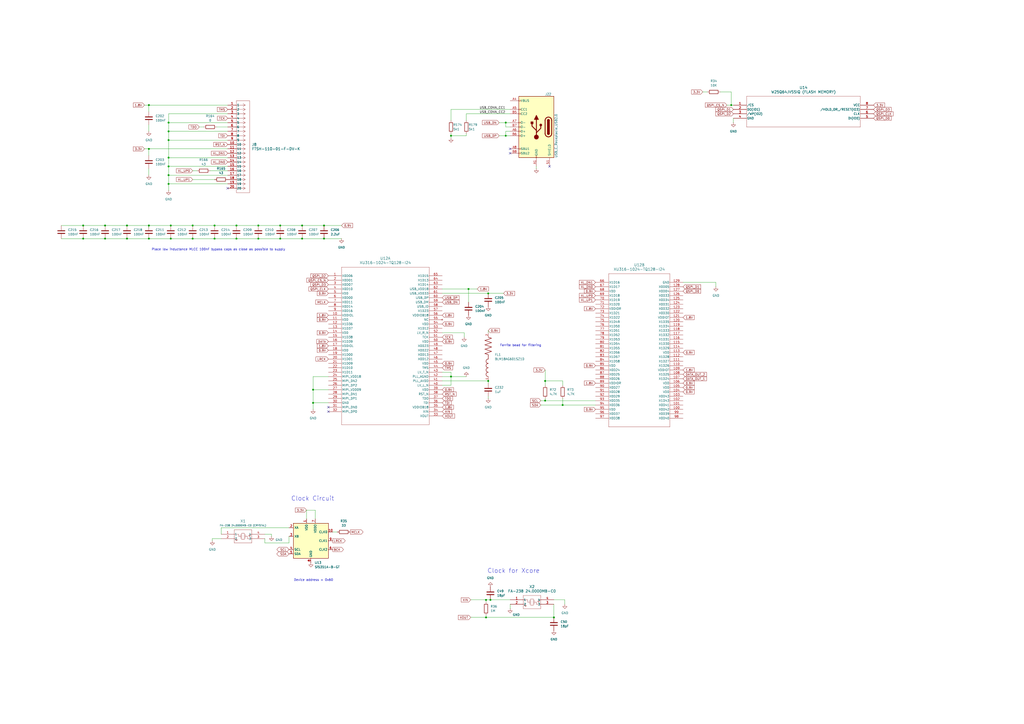
<source format=kicad_sch>
(kicad_sch (version 20231120) (generator "eeschema") (generator_version "8.0")
  (paper "A2")
  (title_block (title "XCORE") (company "Michael Meyers"))
  (lib_symbols
    (symbol "Connector:USB_C_Receptacle_USB2.0" (pin_names (offset 1.016))
      (property "Reference" "J" (at -10.16 19.05 0))
      (property "Value" "USB_C_Receptacle_USB2.0" (at 19.05 19.05 0))
      (symbol "USB_C_Receptacle_USB2.0_1_1"
        (pin passive line (at 0 -22.86 90) (length 5.08) (name "GND") (number "A1"))
        (pin passive line (at 0 -22.86 90) (length 5.08) hide (name "GND") (number "A12"))
        (pin passive line (at 15.24 15.24 180) (length 5.08) (name "VBUS") (number "A4"))
        (pin bidirectional line (at 15.24 10.16 180) (length 5.08) (name "CC1") (number "A5"))
        (pin bidirectional line (at 15.24 -2.54 180) (length 5.08) (name "D+") (number "A6"))
        (pin bidirectional line (at 15.24 2.54 180) (length 5.08) (name "D-") (number "A7"))
        (pin bidirectional line (at 15.24 -12.7 180) (length 5.08) (name "SBU1") (number "A8"))
        (pin passive line (at 15.24 15.24 180) (length 5.08) hide (name "VBUS") (number "A9"))
        (pin passive line (at 0 -22.86 90) (length 5.08) hide (name "GND") (number "B1"))
        (pin passive line (at 0 -22.86 90) (length 5.08) hide (name "GND") (number "B12"))
        (pin passive line (at 15.24 15.24 180) (length 5.08) hide (name "VBUS") (number "B4"))
        (pin bidirectional line (at 15.24 7.62 180) (length 5.08) (name "CC2") (number "B5"))
        (pin bidirectional line (at 15.24 -5.08 180) (length 5.08) (name "D+") (number "B6"))
        (pin bidirectional line (at 15.24 0 180) (length 5.08) (name "D-") (number "B7"))
        (pin bidirectional line (at 15.24 -15.24 180) (length 5.08) (name "SBU2") (number "B8"))
        (pin passive line (at 15.24 15.24 180) (length 5.08) hide (name "VBUS") (number "B9"))
        (pin passive line (at -7.62 -22.86 90) (length 5.08) (name "SHIELD") (number "S1"))
      )
    )
    (symbol "Device:C" (pin_numbers hide) (pin_names (offset 0.254))
      (property "Reference" "C" (at 0.635 2.54 0))
      (property "Value" "C" (at 0.635 -2.54 0))
      (symbol "C_1_1"
        (pin passive line (at 0 3.81 270) (length 2.794) (name "~") (number "1"))
        (pin passive line (at 0 -3.81 90) (length 2.794) (name "~") (number "2"))
      )
    )
    (symbol "Device:R" (pin_numbers hide) (pin_names (offset 0))
      (property "Reference" "R" (at 2.032 0 90))
      (property "Value" "R" (at 0 0 90))
      (symbol "R_1_1"
        (pin passive line (at 0 3.81 270) (length 1.27) (name "~") (number "1"))
        (pin passive line (at 0 -3.81 90) (length 1.27) (name "~") (number "2"))
      )
    )
    (symbol "Oscillator:Si5351A-B-GT"
      (property "Reference" "U" (at -8.89 11.43 0))
      (property "Value" "Si5351A-B-GT" (at -12.7 -12.7 0))
      (symbol "Si5351A-B-GT_1_1"
        (pin power_in line (at -2.54 12.7 270) (length 2.54) (name "VDD") (number "1"))
        (pin output line (at 12.7 5.08 180) (length 2.54) (name "CLK0") (number "10"))
        (pin input line (at -12.7 7.62 0) (length 2.54) (name "XA") (number "2"))
        (pin input line (at -12.7 2.54 0) (length 2.54) (name "XB") (number "3"))
        (pin input line (at -12.7 -5.08 0) (length 2.54) (name "SCL") (number "4"))
        (pin bidirectional line (at -12.7 -7.62 0) (length 2.54) (name "SDA") (number "5"))
        (pin output line (at 12.7 -5.08 180) (length 2.54) (name "CLK2") (number "6"))
        (pin power_in line (at 2.54 12.7 270) (length 2.54) (name "VDDO") (number "7"))
        (pin power_in line (at 0 -12.7 90) (length 2.54) (name "GND") (number "8"))
        (pin output line (at 12.7 0 180) (length 2.54) (name "CLK1") (number "9"))
      )
    )
    (symbol "SDLibrary:BLM18AG601SZ1D" (pin_names (offset 1.016))
      (property "Reference" "FL" (at -12.7044 5.0815 0))
      (property "Value" "BLM18AG601SZ1D" (at -12.71 -5.0866 0))
      (symbol "BLM18AG601SZ1D_0_0"
        (pin passive line (at -15.24 0 0) (length 2.54) (name "~") (number "1"))
        (pin passive line (at 12.7 0 180) (length 2.54) (name "~") (number "2"))
      )
    )
    (symbol "SDLibrary:FA-238_24.0000MB-C0" (pin_names (offset 0.254))
      (property "Reference" "X" (at 12.7 7.62 0))
      (property "Value" "FA-238 24.0000MB-C0" (at 12.7 5.08 0))
      (symbol "FA-238_24.0000MB-C0_0_1"
        (pin unspecified line (at 0 0 0) (length 7.62) (name "1") (number "1"))
        (pin unspecified line (at 0 -2.54 0) (length 7.62) (name "2") (number "2"))
        (pin unspecified line (at 25.4 -2.54 180) (length 7.62) (name "3") (number "3"))
        (pin unspecified line (at 25.4 0 180) (length 7.62) (name "4") (number "4"))
      )
    )
    (symbol "SDLibrary:FTSH-110-01-F-DV-K" (pin_names (offset 0.254))
      (property "Reference" "J" (at 8.89 6.35 0))
      (property "Value" "FTSH-110-01-F-DV-K" (at 0 0 0))
      (symbol "FTSH-110-01-F-DV-K_0_1"
        (pin unspecified line (at 0 0 0) (length 5.08) (name "1") (number "1"))
        (pin unspecified line (at 0 -22.86 0) (length 5.08) (name "10") (number "10"))
        (pin unspecified line (at 0 -25.4 0) (length 5.08) (name "11") (number "11"))
        (pin unspecified line (at 0 -27.94 0) (length 5.08) (name "12") (number "12"))
        (pin unspecified line (at 0 -30.48 0) (length 5.08) (name "13") (number "13"))
        (pin unspecified line (at 0 -33.02 0) (length 5.08) (name "14") (number "14"))
        (pin unspecified line (at 0 -35.56 0) (length 5.08) (name "15") (number "15"))
        (pin unspecified line (at 0 -38.1 0) (length 5.08) (name "16") (number "16"))
        (pin unspecified line (at 0 -40.64 0) (length 5.08) (name "17") (number "17"))
        (pin unspecified line (at 0 -43.18 0) (length 5.08) (name "18") (number "18"))
        (pin unspecified line (at 0 -45.72 0) (length 5.08) (name "19") (number "19"))
        (pin unspecified line (at 0 -2.54 0) (length 5.08) (name "2") (number "2"))
        (pin unspecified line (at 0 -48.26 0) (length 5.08) (name "20") (number "20"))
        (pin unspecified line (at 0 -5.08 0) (length 5.08) (name "3") (number "3"))
        (pin unspecified line (at 0 -7.62 0) (length 5.08) (name "4") (number "4"))
        (pin unspecified line (at 0 -10.16 0) (length 5.08) (name "5") (number "5"))
        (pin unspecified line (at 0 -12.7 0) (length 5.08) (name "6") (number "6"))
        (pin unspecified line (at 0 -15.24 0) (length 5.08) (name "7") (number "7"))
        (pin unspecified line (at 0 -17.78 0) (length 5.08) (name "8") (number "8"))
        (pin unspecified line (at 0 -20.32 0) (length 5.08) (name "9") (number "9"))
      )
    )
    (symbol "SDLibrary:W25Q64JVSSIQ" (pin_names (offset 0.254))
      (property "Reference" "U" (at 40.64 10.16 0))
      (property "Value" "W25Q64JVSSIQ" (at 40.64 7.62 0))
      (symbol "W25Q64JVSSIQ_0_1"
        (pin unspecified line (at 0 0 0) (length 7.62) (name "/CS") (number "1"))
        (pin unspecified line (at 0 -2.54 0) (length 7.62) (name "DO(IO1)") (number "2"))
        (pin unspecified line (at 0 -5.08 0) (length 7.62) (name "/WP(IO2)") (number "3"))
        (pin power_out line (at 0 -7.62 0) (length 7.62) (name "GND") (number "4"))
        (pin unspecified line (at 81.28 -7.62 180) (length 7.62) (name "DI(IO0)") (number "5"))
        (pin unspecified line (at 81.28 -5.08 180) (length 7.62) (name "CLK") (number "6"))
        (pin unspecified line (at 81.28 -2.54 180) (length 7.62) (name "/HOLD_OR_/RESET(IO3)") (number "7"))
        (pin power_in line (at 81.28 0 180) (length 7.62) (name "VCC") (number "8"))
      )
    )
    (symbol "SDLibrary:XU316-1024-TQ128-I24" (pin_names (offset 0.254))
      (property "Reference" "U" (at 33.02 10.16 0))
      (property "Value" "XU316-1024-TQ128-I24" (at 33.02 7.62 0))
      (symbol "XU316-1024-TQ128-I24_1_1"
        (pin bidirectional line (at 0 0 0) (length 7.62) (name "X0D06") (number "1"))
        (pin power_in line (at 0 -22.86 0) (length 7.62) (name "VDDIOL") (number "10"))
        (pin power_in line (at 0 -25.4 0) (length 7.62) (name "VDD") (number "11"))
        (pin bidirectional line (at 0 -27.94 0) (length 7.62) (name "X1D36") (number "12"))
        (pin bidirectional line (at 0 -30.48 0) (length 7.62) (name "X1D37") (number "13"))
        (pin power_in line (at 0 -33.02 0) (length 7.62) (name "VDD") (number "14"))
        (pin bidirectional line (at 0 -35.56 0) (length 7.62) (name "X1D38") (number "15"))
        (pin bidirectional line (at 0 -38.1 0) (length 7.62) (name "X1D39") (number "16"))
        (pin power_in line (at 0 -40.64 0) (length 7.62) (name "VDDIOL") (number "17"))
        (pin power_in line (at 0 -43.18 0) (length 7.62) (name "VDD") (number "18"))
        (pin bidirectional line (at 0 -45.72 0) (length 7.62) (name "X1D00") (number "19"))
        (pin bidirectional line (at 0 -2.54 0) (length 7.62) (name "X0D01") (number "2"))
        (pin bidirectional line (at 0 -48.26 0) (length 7.62) (name "X1D01") (number "20"))
        (pin bidirectional line (at 0 -50.8 0) (length 7.62) (name "X1D09") (number "21"))
        (pin bidirectional line (at 0 -53.34 0) (length 7.62) (name "X1D10") (number "22"))
        (pin bidirectional line (at 0 -55.88 0) (length 7.62) (name "X1D11") (number "23"))
        (pin power_in line (at 0 -58.42 0) (length 7.62) (name "MIPI_VDD18") (number "24"))
        (pin input line (at 0 -60.96 0) (length 7.62) (name "MIPI_DN2") (number "25"))
        (pin input line (at 0 -63.5 0) (length 7.62) (name "MIPI_DP2") (number "26"))
        (pin power_in line (at 0 -66.04 0) (length 7.62) (name "MIPI_VDD09") (number "27"))
        (pin input line (at 0 -68.58 0) (length 7.62) (name "MIPI_DN1") (number "28"))
        (pin input line (at 0 -71.12 0) (length 7.62) (name "MIPI_DP1") (number "29"))
        (pin bidirectional line (at 0 -5.08 0) (length 7.62) (name "X0D07") (number "3"))
        (pin power_out line (at 0 -73.66 0) (length 7.62) (name "GND") (number "30"))
        (pin input line (at 0 -76.2 0) (length 7.62) (name "MIPI_DN0") (number "31"))
        (pin input line (at 0 -78.74 0) (length 7.62) (name "MIPI_DP0") (number "32"))
        (pin output line (at 66.04 -81.28 180) (length 7.62) (name "XOUT") (number "33"))
        (pin input line (at 66.04 -78.74 180) (length 7.62) (name "XIN") (number "34"))
        (pin power_in line (at 66.04 -76.2 180) (length 7.62) (name "VDDIOB18") (number "35"))
        (pin input line (at 66.04 -73.66 180) (length 7.62) (name "TDI") (number "36"))
        (pin output line (at 66.04 -71.12 180) (length 7.62) (name "TDO") (number "37"))
        (pin input line (at 66.04 -68.58 180) (length 7.62) (name "RST_N") (number "38"))
        (pin power_in line (at 66.04 -66.04 180) (length 7.62) (name "VDD") (number "39"))
        (pin bidirectional line (at 0 -7.62 0) (length 7.62) (name "X0D10") (number "4"))
        (pin input line (at 66.04 -63.5 180) (length 7.62) (name "LV_L_N") (number "40"))
        (pin power_in line (at 66.04 -60.96 180) (length 7.62) (name "PLL_AVDD") (number "41"))
        (pin power_out line (at 66.04 -58.42 180) (length 7.62) (name "PLL_AGND") (number "42"))
        (pin input line (at 66.04 -55.88 180) (length 7.62) (name "LV_T_N") (number "43"))
        (pin input line (at 66.04 -53.34 180) (length 7.62) (name "TMS") (number "44"))
        (pin power_in line (at 66.04 -50.8 180) (length 7.62) (name "VDD") (number "45"))
        (pin bidirectional line (at 66.04 -48.26 180) (length 7.62) (name "X0D12") (number "46"))
        (pin bidirectional line (at 66.04 -45.72 180) (length 7.62) (name "X0D13") (number "47"))
        (pin bidirectional line (at 66.04 -43.18 180) (length 7.62) (name "X0D22") (number "48"))
        (pin bidirectional line (at 66.04 -40.64 180) (length 7.62) (name "X0D23") (number "49"))
        (pin power_in line (at 0 -10.16 0) (length 7.62) (name "VDD") (number "5"))
        (pin power_in line (at 66.04 -38.1 180) (length 7.62) (name "VDD") (number "50"))
        (pin input line (at 66.04 -35.56 180) (length 7.62) (name "TCK") (number "51"))
        (pin input line (at 66.04 -33.02 180) (length 7.62) (name "LV_R_N") (number "52"))
        (pin bidirectional line (at 66.04 -30.48 180) (length 7.62) (name "X1D12") (number "53"))
        (pin power_in line (at 66.04 -27.94 180) (length 7.62) (name "VDD") (number "54"))
        (pin no_connect line (at 66.04 -25.4 180) (length 7.62) (name "NC") (number "55"))
        (pin power_in line (at 66.04 -22.86 180) (length 7.62) (name "VDDIOB18") (number "56"))
        (pin bidirectional line (at 66.04 -20.32 180) (length 7.62) (name "X1D23") (number "57"))
        (pin input line (at 66.04 -17.78 180) (length 7.62) (name "USB_ID") (number "58"))
        (pin bidirectional line (at 66.04 -15.24 180) (length 7.62) (name "USB_DM") (number "59"))
        (pin bidirectional line (at 0 -12.7 0) (length 7.62) (name "X0D00") (number "6"))
        (pin bidirectional line (at 66.04 -12.7 180) (length 7.62) (name "USB_DP") (number "60"))
        (pin power_in line (at 66.04 -10.16 180) (length 7.62) (name "USB_VDD33") (number "61"))
        (pin power_in line (at 66.04 -7.62 180) (length 7.62) (name "USB_VDD18") (number "62"))
        (pin bidirectional line (at 66.04 -5.08 180) (length 7.62) (name "X1D14") (number "63"))
        (pin bidirectional line (at 66.04 -2.54 180) (length 7.62) (name "X1D13") (number "64"))
        (pin bidirectional line (at 66.04 0 180) (length 7.62) (name "X1D15") (number "65"))
        (pin bidirectional line (at 0 -15.24 0) (length 7.62) (name "X0D11") (number "7"))
        (pin bidirectional line (at 0 -17.78 0) (length 7.62) (name "X0D14") (number "8"))
        (pin bidirectional line (at 0 -20.32 0) (length 7.62) (name "X0D16") (number "9"))
      )
      (symbol "XU316-1024-TQ128-I24_2_1"
        (pin bidirectional line (at 50.8 -73.66 180) (length 7.62) (name "X0D42") (number "100"))
        (pin bidirectional line (at 50.8 -71.12 180) (length 7.62) (name "X0D41") (number "101"))
        (pin bidirectional line (at 50.8 -68.58 180) (length 7.62) (name "X1D43") (number "102"))
        (pin bidirectional line (at 50.8 -66.04 180) (length 7.62) (name "X0D43") (number "103"))
        (pin power_in line (at 50.8 -63.5 180) (length 7.62) (name "VDD") (number "104"))
        (pin power_in line (at 50.8 -60.96 180) (length 7.62) (name "VDD") (number "105"))
        (pin power_in line (at 50.8 -58.42 180) (length 7.62) (name "VDD") (number "106"))
        (pin bidirectional line (at 50.8 -55.88 180) (length 7.62) (name "X1D24") (number "107"))
        (pin bidirectional line (at 50.8 -53.34 180) (length 7.62) (name "X1D25") (number "108"))
        (pin power_in line (at 50.8 -50.8 180) (length 7.62) (name "VDDIOT") (number "109"))
        (pin bidirectional line (at 50.8 -48.26 180) (length 7.62) (name "X1D26") (number "110"))
        (pin bidirectional line (at 50.8 -45.72 180) (length 7.62) (name "X1D27") (number "111"))
        (pin bidirectional line (at 50.8 -43.18 180) (length 7.62) (name "X1D28") (number "112"))
        (pin power_in line (at 50.8 -40.64 180) (length 7.62) (name "VDD") (number "113"))
        (pin bidirectional line (at 50.8 -38.1 180) (length 7.62) (name "X1D29") (number "114"))
        (pin bidirectional line (at 50.8 -35.56 180) (length 7.62) (name "X1D30") (number "115"))
        (pin bidirectional line (at 50.8 -33.02 180) (length 7.62) (name "X1D31") (number "116"))
        (pin bidirectional line (at 50.8 -30.48 180) (length 7.62) (name "X1D32") (number "117"))
        (pin bidirectional line (at 50.8 -27.94 180) (length 7.62) (name "X1D33") (number "118"))
        (pin bidirectional line (at 50.8 -25.4 180) (length 7.62) (name "X1D34") (number "119"))
        (pin bidirectional line (at 50.8 -22.86 180) (length 7.62) (name "X1D35") (number "120"))
        (pin power_in line (at 50.8 -20.32 180) (length 7.62) (name "VDDIOT") (number "121"))
        (pin bidirectional line (at 50.8 -17.78 180) (length 7.62) (name "X0D30") (number "122"))
        (pin bidirectional line (at 50.8 -15.24 180) (length 7.62) (name "X0D32") (number "123"))
        (pin bidirectional line (at 50.8 -12.7 180) (length 7.62) (name "X0D31") (number "124"))
        (pin bidirectional line (at 50.8 -10.16 180) (length 7.62) (name "X0D34") (number "125"))
        (pin bidirectional line (at 50.8 -7.62 180) (length 7.62) (name "X0D33") (number "126"))
        (pin bidirectional line (at 50.8 -5.08 180) (length 7.62) (name "X0D04") (number "127"))
        (pin bidirectional line (at 50.8 -2.54 180) (length 7.62) (name "X0D05") (number "128"))
        (pin power_out line (at 50.8 0 180) (length 7.62) (name "GND") (number "129"))
        (pin bidirectional line (at 0 0 0) (length 7.62) (name "X1D16") (number "66"))
        (pin bidirectional line (at 0 -2.54 0) (length 7.62) (name "X1D17") (number "67"))
        (pin power_in line (at 0 -5.08 0) (length 7.62) (name "VDD") (number "68"))
        (pin bidirectional line (at 0 -7.62 0) (length 7.62) (name "X1D18") (number "69"))
        (pin bidirectional line (at 0 -10.16 0) (length 7.62) (name "X1D19") (number "70"))
        (pin bidirectional line (at 0 -12.7 0) (length 7.62) (name "X1D20") (number "71"))
        (pin power_in line (at 0 -15.24 0) (length 7.62) (name "VDDIOR") (number "72"))
        (pin bidirectional line (at 0 -17.78 0) (length 7.62) (name "X1D21") (number "73"))
        (pin bidirectional line (at 0 -20.32 0) (length 7.62) (name "X1D22") (number "74"))
        (pin bidirectional line (at 0 -22.86 0) (length 7.62) (name "X1D49") (number "75"))
        (pin bidirectional line (at 0 -25.4 0) (length 7.62) (name "X1D50") (number "76"))
        (pin bidirectional line (at 0 -27.94 0) (length 7.62) (name "X1D51") (number "77"))
        (pin bidirectional line (at 0 -30.48 0) (length 7.62) (name "X1D52") (number "78"))
        (pin bidirectional line (at 0 -33.02 0) (length 7.62) (name "X1D53") (number "79"))
        (pin bidirectional line (at 0 -35.56 0) (length 7.62) (name "X1D54") (number "80"))
        (pin bidirectional line (at 0 -38.1 0) (length 7.62) (name "X1D55") (number "81"))
        (pin bidirectional line (at 0 -40.64 0) (length 7.62) (name "X1D56") (number "82"))
        (pin bidirectional line (at 0 -43.18 0) (length 7.62) (name "X1D57") (number "83"))
        (pin bidirectional line (at 0 -45.72 0) (length 7.62) (name "X1D58") (number "84"))
        (pin power_in line (at 0 -48.26 0) (length 7.62) (name "VDD") (number "85"))
        (pin bidirectional line (at 0 -50.8 0) (length 7.62) (name "X0D24") (number "86"))
        (pin bidirectional line (at 0 -53.34 0) (length 7.62) (name "X0D25") (number "87"))
        (pin bidirectional line (at 0 -55.88 0) (length 7.62) (name "X0D26") (number "88"))
        (pin power_in line (at 0 -58.42 0) (length 7.62) (name "VDDIOR") (number "89"))
        (pin bidirectional line (at 0 -60.96 0) (length 7.62) (name "X0D27") (number "90"))
        (pin bidirectional line (at 0 -63.5 0) (length 7.62) (name "X0D28") (number "91"))
        (pin bidirectional line (at 0 -66.04 0) (length 7.62) (name "X0D29") (number "92"))
        (pin bidirectional line (at 0 -68.58 0) (length 7.62) (name "X0D35") (number "93"))
        (pin bidirectional line (at 0 -71.12 0) (length 7.62) (name "X0D36") (number "94"))
        (pin power_in line (at 0 -73.66 0) (length 7.62) (name "VDD") (number "95"))
        (pin bidirectional line (at 0 -76.2 0) (length 7.62) (name "X0D37") (number "96"))
        (pin bidirectional line (at 0 -78.74 0) (length 7.62) (name "X0D38") (number "97"))
        (pin bidirectional line (at 50.8 -78.74 180) (length 7.62) (name "X0D40") (number "98"))
        (pin bidirectional line (at 50.8 -76.2 180) (length 7.62) (name "X0D39") (number "99"))
      )
    )
    (symbol "power:GND" (power) (pin_numbers hide) (pin_names (offset 0) hide)
      (property "Value" "GND" (at 0 -3.81 0))
      (symbol "GND_1_1"
        (pin power_in line (at 0 0 270) (length 0) (name "~") (number "1"))
      )
    )
  )
  (junction (at 187.96 130.81))
  (junction (at 111.76 138.43))
  (junction (at 293.37 71.12))
  (junction (at 424.18 60.96))
  (junction (at 97.79 101.6))
  (junction (at 187.96 138.43))
  (junction (at 48.26 138.43))
  (junction (at 316.23 232.41))
  (junction (at 73.66 130.81))
  (junction (at 124.46 130.81))
  (junction (at 261.62 78.74))
  (junction (at 97.79 76.2))
  (junction (at 321.31 358.14))
  (junction (at 97.79 71.12))
  (junction (at 283.21 220.98))
  (junction (at 86.36 60.96))
  (junction (at 86.36 86.36))
  (junction (at 86.36 138.43))
  (junction (at 97.79 96.52))
  (junction (at 124.46 138.43))
  (junction (at 181.61 226.06))
  (junction (at 326.39 234.95))
  (junction (at 283.21 170.18))
  (junction (at 60.96 130.81))
  (junction (at 137.16 138.43))
  (junction (at 97.79 91.44))
  (junction (at 316.23 220.98))
  (junction (at 137.16 130.81))
  (junction (at 149.86 130.81))
  (junction (at 111.76 130.81))
  (junction (at 162.56 138.43))
  (junction (at 99.06 138.43))
  (junction (at 97.79 81.28))
  (junction (at 175.26 130.81))
  (junction (at 97.79 106.68))
  (junction (at 261.62 218.44))
  (junction (at 281.94 347.98))
  (junction (at 73.66 138.43))
  (junction (at 162.56 130.81))
  (junction (at 284.48 347.98))
  (junction (at 60.96 138.43))
  (junction (at 175.26 138.43))
  (junction (at 86.36 130.81))
  (junction (at 181.61 233.68))
  (junction (at 271.78 167.64))
  (junction (at 149.86 138.43))
  (junction (at 281.94 358.14))
  (junction (at 293.37 78.74))
  (junction (at 99.06 130.81))
  (junction (at 48.26 130.81))
  (no_connect (at 295.91 86.36))
  (no_connect (at 318.77 96.52))
  (no_connect (at 190.5 236.22))
  (no_connect (at 132.08 109.22))
  (no_connect (at 190.5 238.76))
  (no_connect (at 295.91 88.9))
  (wire (pts (xy 293.37 73.66) (xy 293.37 71.12)))
  (wire (pts (xy 187.96 130.81) (xy 198.12 130.81)))
  (wire (pts (xy 261.62 80.01) (xy 261.62 78.74)))
  (wire (pts (xy 149.86 138.43) (xy 162.56 138.43)))
  (wire (pts (xy 97.79 106.68) (xy 132.08 106.68)))
  (wire (pts (xy 326.39 231.14) (xy 326.39 234.95)))
  (wire (pts (xy 283.21 229.87) (xy 283.21 231.14)))
  (wire (pts (xy 97.79 91.44) (xy 97.79 96.52)))
  (wire (pts (xy 321.31 347.98) (xy 327.66 347.98)))
  (wire (pts (xy 124.46 138.43) (xy 137.16 138.43)))
  (wire (pts (xy 281.94 347.98) (xy 284.48 347.98)))
  (wire (pts (xy 181.61 226.06) (xy 181.61 233.68)))
  (wire (pts (xy 421.64 60.96) (xy 424.18 60.96)))
  (wire (pts (xy 97.79 81.28) (xy 97.79 91.44)))
  (wire (pts (xy 125.73 73.66) (xy 132.08 73.66)))
  (wire (pts (xy 316.23 214.63) (xy 316.23 220.98)))
  (wire (pts (xy 167.64 314.96) (xy 167.64 311.15)))
  (wire (pts (xy 111.76 104.14) (xy 124.46 104.14)))
  (wire (pts (xy 97.79 101.6) (xy 97.79 106.68)))
  (wire (pts (xy 396.24 163.83) (xy 415.29 163.83)))
  (wire (pts (xy 153.67 309.88) (xy 157.48 309.88)))
  (wire (pts (xy 261.62 69.85) (xy 261.62 63.5)))
  (wire (pts (xy 175.26 138.43) (xy 187.96 138.43)))
  (wire (pts (xy 316.23 220.98) (xy 326.39 220.98)))
  (wire (pts (xy 157.48 309.88) (xy 157.48 311.15)))
  (wire (pts (xy 283.21 220.98) (xy 256.54 220.98)))
  (wire (pts (xy 311.15 97.79) (xy 311.15 96.52)))
  (wire (pts (xy 289.56 71.12) (xy 293.37 71.12)))
  (wire (pts (xy 273.05 347.98) (xy 281.94 347.98)))
  (wire (pts (xy 256.54 167.64) (xy 271.78 167.64)))
  (wire (pts (xy 261.62 78.74) (xy 261.62 77.47)))
  (wire (pts (xy 261.62 78.74) (xy 270.51 78.74)))
  (wire (pts (xy 313.69 234.95) (xy 326.39 234.95)))
  (wire (pts (xy 60.96 130.81) (xy 73.66 130.81)))
  (wire (pts (xy 270.51 66.04) (xy 295.91 66.04)))
  (wire (pts (xy 123.19 312.42) (xy 128.27 312.42)))
  (wire (pts (xy 327.66 347.98) (xy 327.66 350.52)))
  (wire (pts (xy 97.79 71.12) (xy 97.79 76.2)))
  (wire (pts (xy 99.06 130.81) (xy 111.76 130.81)))
  (wire (pts (xy 97.79 66.04) (xy 97.79 71.12)))
  (wire (pts (xy 281.94 347.98) (xy 281.94 349.25)))
  (wire (pts (xy 86.36 60.96) (xy 132.08 60.96)))
  (wire (pts (xy 97.79 91.44) (xy 132.08 91.44)))
  (wire (pts (xy 283.21 220.98) (xy 283.21 222.25)))
  (wire (pts (xy 86.36 86.36) (xy 86.36 90.17)))
  (wire (pts (xy 326.39 234.95) (xy 345.44 234.95)))
  (wire (pts (xy 97.79 96.52) (xy 132.08 96.52)))
  (wire (pts (xy 261.62 218.44) (xy 270.51 218.44)))
  (wire (pts (xy 162.56 138.43) (xy 175.26 138.43)))
  (wire (pts (xy 181.61 233.68) (xy 181.61 237.49)))
  (wire (pts (xy 83.82 60.96) (xy 86.36 60.96)))
  (wire (pts (xy 73.66 138.43) (xy 86.36 138.43)))
  (wire (pts (xy 284.48 347.98) (xy 295.91 347.98)))
  (wire (pts (xy 60.96 138.43) (xy 73.66 138.43)))
  (wire (pts (xy 97.79 71.12) (xy 132.08 71.12)))
  (wire (pts (xy 86.36 130.81) (xy 99.06 130.81)))
  (wire (pts (xy 97.79 96.52) (xy 97.79 101.6)))
  (wire (pts (xy 137.16 138.43) (xy 149.86 138.43)))
  (wire (pts (xy 256.54 193.04) (xy 269.24 193.04)))
  (wire (pts (xy 256.54 223.52) (xy 261.62 223.52)))
  (wire (pts (xy 181.61 226.06) (xy 190.5 226.06)))
  (wire (pts (xy 86.36 138.43) (xy 99.06 138.43)))
  (wire (pts (xy 35.56 130.81) (xy 48.26 130.81)))
  (wire (pts (xy 190.5 233.68) (xy 181.61 233.68)))
  (wire (pts (xy 73.66 130.81) (xy 86.36 130.81)))
  (wire (pts (xy 295.91 76.2) (xy 293.37 76.2)))
  (wire (pts (xy 316.23 231.14) (xy 316.23 232.41)))
  (wire (pts (xy 261.62 215.9) (xy 261.62 218.44)))
  (wire (pts (xy 256.54 215.9) (xy 261.62 215.9)))
  (wire (pts (xy 137.16 130.81) (xy 149.86 130.81)))
  (wire (pts (xy 313.69 232.41) (xy 316.23 232.41)))
  (wire (pts (xy 293.37 71.12) (xy 295.91 71.12)))
  (wire (pts (xy 316.23 223.52) (xy 316.23 220.98)))
  (wire (pts (xy 415.29 163.83) (xy 415.29 166.37)))
  (wire (pts (xy 97.79 76.2) (xy 97.79 81.28)))
  (wire (pts (xy 162.56 130.81) (xy 175.26 130.81)))
  (wire (pts (xy 48.26 138.43) (xy 60.96 138.43)))
  (wire (pts (xy 321.31 358.14) (xy 321.31 350.52)))
  (wire (pts (xy 283.21 191.77) (xy 283.21 193.04)))
  (wire (pts (xy 417.83 53.34) (xy 424.18 53.34)))
  (wire (pts (xy 132.08 66.04) (xy 97.79 66.04)))
  (wire (pts (xy 124.46 130.81) (xy 137.16 130.81)))
  (wire (pts (xy 292.1 170.18) (xy 283.21 170.18)))
  (wire (pts (xy 181.61 218.44) (xy 181.61 226.06)))
  (wire (pts (xy 149.86 130.81) (xy 162.56 130.81)))
  (wire (pts (xy 86.36 97.79) (xy 86.36 101.6)))
  (wire (pts (xy 424.18 53.34) (xy 424.18 60.96)))
  (wire (pts (xy 293.37 78.74) (xy 295.91 78.74)))
  (wire (pts (xy 153.67 312.42) (xy 153.67 314.96)))
  (wire (pts (xy 182.88 295.91) (xy 177.8 295.91)))
  (wire (pts (xy 187.96 138.43) (xy 198.12 138.43)))
  (wire (pts (xy 269.24 193.04) (xy 269.24 195.58)))
  (wire (pts (xy 86.36 86.36) (xy 132.08 86.36)))
  (wire (pts (xy 97.79 81.28) (xy 132.08 81.28)))
  (wire (pts (xy 270.51 78.74) (xy 270.51 77.47)))
  (wire (pts (xy 271.78 167.64) (xy 271.78 175.26)))
  (wire (pts (xy 256.54 170.18) (xy 283.21 170.18)))
  (wire (pts (xy 295.91 73.66) (xy 293.37 73.66)))
  (wire (pts (xy 316.23 232.41) (xy 345.44 232.41)))
  (wire (pts (xy 99.06 138.43) (xy 111.76 138.43)))
  (wire (pts (xy 97.79 106.68) (xy 97.79 110.49)))
  (wire (pts (xy 271.78 167.64) (xy 276.86 167.64)))
  (wire (pts (xy 256.54 218.44) (xy 261.62 218.44)))
  (wire (pts (xy 86.36 72.39) (xy 86.36 76.2)))
  (wire (pts (xy 121.92 99.06) (xy 132.08 99.06)))
  (wire (pts (xy 177.8 295.91) (xy 177.8 300.99)))
  (wire (pts (xy 97.79 76.2) (xy 132.08 76.2)))
  (wire (pts (xy 425.45 68.58) (xy 425.45 71.12)))
  (wire (pts (xy 407.67 53.34) (xy 410.21 53.34)))
  (wire (pts (xy 111.76 130.81) (xy 124.46 130.81)))
  (wire (pts (xy 261.62 63.5) (xy 295.91 63.5)))
  (wire (pts (xy 35.56 138.43) (xy 48.26 138.43)))
  (wire (pts (xy 48.26 130.81) (xy 60.96 130.81)))
  (wire (pts (xy 270.51 69.85) (xy 270.51 66.04)))
  (wire (pts (xy 273.05 358.14) (xy 281.94 358.14)))
  (wire (pts (xy 115.57 73.66) (xy 118.11 73.66)))
  (wire (pts (xy 123.19 312.42) (xy 123.19 313.69)))
  (wire (pts (xy 175.26 130.81) (xy 187.96 130.81)))
  (wire (pts (xy 193.04 308.61) (xy 195.58 308.61)))
  (wire (pts (xy 128.27 306.07) (xy 167.64 306.07)))
  (wire (pts (xy 424.18 60.96) (xy 425.45 60.96)))
  (wire (pts (xy 293.37 76.2) (xy 293.37 78.74)))
  (wire (pts (xy 326.39 220.98) (xy 326.39 223.52)))
  (wire (pts (xy 86.36 130.81) (xy 86.36 132.08)))
  (wire (pts (xy 281.94 356.87) (xy 281.94 358.14)))
  (wire (pts (xy 97.79 101.6) (xy 132.08 101.6)))
  (wire (pts (xy 289.56 78.74) (xy 293.37 78.74)))
  (wire (pts (xy 281.94 358.14) (xy 321.31 358.14)))
  (wire (pts (xy 128.27 309.88) (xy 128.27 306.07)))
  (wire (pts (xy 295.91 350.52) (xy 295.91 353.06)))
  (wire (pts (xy 111.76 138.43) (xy 124.46 138.43)))
  (wire (pts (xy 86.36 60.96) (xy 86.36 64.77)))
  (wire (pts (xy 153.67 314.96) (xy 167.64 314.96)))
  (wire (pts (xy 190.5 218.44) (xy 181.61 218.44)))
  (wire (pts (xy 182.88 300.99) (xy 182.88 295.91)))
  (wire (pts (xy 111.76 99.06) (xy 114.3 99.06)))
  (wire (pts (xy 261.62 223.52) (xy 261.62 218.44)))
  (wire (pts (xy 83.82 86.36) (xy 86.36 86.36)))
  (text "Clock for Xcore\n" (at 297.942 331.216 0) (effects (font (size 2.54 2.54))))
  (text "Place low inductance MLCC 100nF bypass caps as close as possible to supply" (at 126.746 144.78 0) (effects (font (size 1.27 1.27))))
  (text "Clock Circuit" (at 181.356 289.306 0) (effects (font (size 2.54 2.54))))
  (text "Ferrite bead for filtering\n" (at 302.006 200.406 0) (effects (font (size 1.27 1.27))))
  (text "Device address = 0x60" (at 181.864 336.55 0) (effects (font (size 1.27 1.27))))
  (label "USB_CONN_CC2" (at 278.13 66.04 0))
  (label "USB_CONN_CC1" (at 278.13 63.5 0))
  (global_label "MCLK" (shape output) (at 203.2 308.61 0) (property "Intersheetrefs" "${INTERSHEET_REFS}" (effects (hide yes))))
  (global_label "XL_UP0" (shape input) (at 345.44 171.45 180) (property "Intersheetrefs" "${INTERSHEET_REFS}" (effects (hide yes))))
  (global_label "1.8V" (shape input) (at 345.44 179.07 180) (property "Intersheetrefs" "${INTERSHEET_REFS}" (effects (hide yes))))
  (global_label "TMS" (shape input) (at 132.08 63.5 180) (property "Intersheetrefs" "${INTERSHEET_REFS}" (effects (hide yes))))
  (global_label "TDO" (shape input) (at 115.57 73.66 180) (property "Intersheetrefs" "${INTERSHEET_REFS}" (effects (hide yes))))
  (global_label "XIN" (shape input) (at 256.54 238.76 0) (property "Intersheetrefs" "${INTERSHEET_REFS}" (effects (hide yes))))
  (global_label "3.3V" (shape input) (at 292.1 170.18 0) (property "Intersheetrefs" "${INTERSHEET_REFS}" (effects (hide yes))))
  (global_label "DATA_OUT_1" (shape input) (at 396.24 219.71 0) (property "Intersheetrefs" "${INTERSHEET_REFS}" (effects (hide yes))))
  (global_label "0.9V" (shape input) (at 396.24 222.25 0) (property "Intersheetrefs" "${INTERSHEET_REFS}" (effects (hide yes))))
  (global_label "0.9V" (shape input) (at 345.44 168.91 180) (property "Intersheetrefs" "${INTERSHEET_REFS}" (effects (hide yes))))
  (global_label "3.3V" (shape input) (at 316.23 214.63 180) (property "Intersheetrefs" "${INTERSHEET_REFS}" (effects (hide yes))))
  (global_label "0.9V" (shape input) (at 190.5 193.04 180) (property "Intersheetrefs" "${INTERSHEET_REFS}" (effects (hide yes))))
  (global_label "DATA_OUT_2" (shape input) (at 396.24 217.17 0) (property "Intersheetrefs" "${INTERSHEET_REFS}" (effects (hide yes))))
  (global_label "SCL" (shape input) (at 313.69 232.41 180) (property "Intersheetrefs" "${INTERSHEET_REFS}" (effects (hide yes))))
  (global_label "TCK" (shape input) (at 256.54 195.58 0) (property "Intersheetrefs" "${INTERSHEET_REFS}" (effects (hide yes))))
  (global_label "TDO" (shape input) (at 256.54 231.14 0) (property "Intersheetrefs" "${INTERSHEET_REFS}" (effects (hide yes))))
  (global_label "SDA" (shape input) (at 313.69 234.95 180) (property "Intersheetrefs" "${INTERSHEET_REFS}" (effects (hide yes))))
  (global_label "QSPI_D0" (shape input) (at 396.24 168.91 0) (property "Intersheetrefs" "${INTERSHEET_REFS}" (effects (hide yes))))
  (global_label "3.3V" (shape input) (at 177.8 295.91 180) (property "Intersheetrefs" "${INTERSHEET_REFS}" (effects (hide yes))))
  (global_label "QSPI_CS_N" (shape input) (at 421.64 60.96 180) (property "Intersheetrefs" "${INTERSHEET_REFS}" (effects (hide yes))))
  (global_label "3.3V" (shape input) (at 506.73 60.96 0) (property "Intersheetrefs" "${INTERSHEET_REFS}" (effects (hide yes))))
  (global_label "XOUT" (shape input) (at 256.54 241.3 0) (property "Intersheetrefs" "${INTERSHEET_REFS}" (effects (hide yes))))
  (global_label "1.8V" (shape input) (at 396.24 184.15 0) (property "Intersheetrefs" "${INTERSHEET_REFS}" (effects (hide yes))))
  (global_label "XOUT" (shape input) (at 273.05 358.14 180) (property "Intersheetrefs" "${INTERSHEET_REFS}" (effects (hide yes))))
  (global_label "QSPI_CLK" (shape input) (at 506.73 66.04 0) (property "Intersheetrefs" "${INTERSHEET_REFS}" (effects (hide yes))))
  (global_label "0.9V" (shape input) (at 198.12 130.81 0) (property "Intersheetrefs" "${INTERSHEET_REFS}" (effects (hide yes))))
  (global_label "1.8V" (shape input) (at 396.24 214.63 0) (property "Intersheetrefs" "${INTERSHEET_REFS}" (effects (hide yes))))
  (global_label "1.8V" (shape input) (at 83.82 60.96 180) (property "Intersheetrefs" "${INTERSHEET_REFS}" (effects (hide yes))))
  (global_label "QSPI_CLK" (shape input) (at 190.5 167.64 180) (property "Intersheetrefs" "${INTERSHEET_REFS}" (effects (hide yes))))
  (global_label "BCK" (shape output) (at 193.04 318.77 0) (property "Intersheetrefs" "${INTERSHEET_REFS}" (effects (hide yes))))
  (global_label "1.8V" (shape input) (at 190.5 200.66 180) (property "Intersheetrefs" "${INTERSHEET_REFS}" (effects (hide yes))))
  (global_label "SDA" (shape bidirectional) (at 167.64 321.31 180) (property "Intersheetrefs" "${INTERSHEET_REFS}" (effects (hide yes))))
  (global_label "XL_DN0" (shape input) (at 345.44 166.37 180) (property "Intersheetrefs" "${INTERSHEET_REFS}" (effects (hide yes))))
  (global_label "LRCK" (shape output) (at 193.04 313.69 0) (property "Intersheetrefs" "${INTERSHEET_REFS}" (effects (hide yes))))
  (global_label "TMS" (shape input) (at 256.54 213.36 0) (property "Intersheetrefs" "${INTERSHEET_REFS}" (effects (hide yes))))
  (global_label "0.9V" (shape input) (at 396.24 224.79 0) (property "Intersheetrefs" "${INTERSHEET_REFS}" (effects (hide yes))))
  (global_label "0.9V" (shape input) (at 345.44 237.49 180) (property "Intersheetrefs" "${INTERSHEET_REFS}" (effects (hide yes))))
  (global_label "1.8V" (shape input) (at 256.54 182.88 0) (property "Intersheetrefs" "${INTERSHEET_REFS}" (effects (hide yes))))
  (global_label "QSPI_CS_N" (shape input) (at 190.5 162.56 180) (property "Intersheetrefs" "${INTERSHEET_REFS}" (effects (hide yes))))
  (global_label "QSPI_D2" (shape input) (at 425.45 66.04 180) (property "Intersheetrefs" "${INTERSHEET_REFS}" (effects (hide yes))))
  (global_label "RST_N" (shape input) (at 132.08 83.82 180) (property "Intersheetrefs" "${INTERSHEET_REFS}" (effects (hide yes))))
  (global_label "XIN" (shape input) (at 273.05 347.98 180) (property "Intersheetrefs" "${INTERSHEET_REFS}" (effects (hide yes))))
  (global_label "1.8V" (shape input) (at 190.5 182.88 180) (property "Intersheetrefs" "${INTERSHEET_REFS}" (effects (hide yes))))
  (global_label "XL_UP0" (shape input) (at 111.76 99.06 180) (property "Intersheetrefs" "${INTERSHEET_REFS}" (effects (hide yes))))
  (global_label "QSPI_D3" (shape input) (at 506.73 63.5 0) (property "Intersheetrefs" "${INTERSHEET_REFS}" (effects (hide yes))))
  (global_label "QSPI_D1" (shape input) (at 396.24 166.37 0) (property "Intersheetrefs" "${INTERSHEET_REFS}" (effects (hide yes))))
  (global_label "0.9V" (shape input) (at 283.21 191.77 0) (property "Intersheetrefs" "${INTERSHEET_REFS}" (effects (hide yes))))
  (global_label "1.8V" (shape input) (at 276.86 167.64 0) (property "Intersheetrefs" "${INTERSHEET_REFS}" (effects (hide yes))))
  (global_label "USB_DP" (shape input) (at 256.54 172.72 0) (property "Intersheetrefs" "${INTERSHEET_REFS}" (effects (hide yes))))
  (global_label "0.9V" (shape input) (at 190.5 203.2 180) (property "Intersheetrefs" "${INTERSHEET_REFS}" (effects (hide yes))))
  (global_label "0.9V" (shape input) (at 256.54 210.82 0) (property "Intersheetrefs" "${INTERSHEET_REFS}" (effects (hide yes))))
  (global_label "3.3V" (shape input) (at 407.67 53.34 180) (property "Intersheetrefs" "${INTERSHEET_REFS}" (effects (hide yes))))
  (global_label "0.9V" (shape input) (at 345.44 212.09 180) (property "Intersheetrefs" "${INTERSHEET_REFS}" (effects (hide yes))))
  (global_label "QSPI_D2" (shape input) (at 190.5 160.02 180) (property "Intersheetrefs" "${INTERSHEET_REFS}" (effects (hide yes))))
  (global_label "TCK" (shape input) (at 132.08 68.58 180) (property "Intersheetrefs" "${INTERSHEET_REFS}" (effects (hide yes))))
  (global_label "0.9V" (shape input) (at 396.24 204.47 0) (property "Intersheetrefs" "${INTERSHEET_REFS}" (effects (hide yes))))
  (global_label "RST_N" (shape input) (at 256.54 228.6 0) (property "Intersheetrefs" "${INTERSHEET_REFS}" (effects (hide yes))))
  (global_label "1.8V" (shape input) (at 256.54 236.22 0) (property "Intersheetrefs" "${INTERSHEET_REFS}" (effects (hide yes))))
  (global_label "TDI" (shape input) (at 256.54 233.68 0) (property "Intersheetrefs" "${INTERSHEET_REFS}" (effects (hide yes))))
  (global_label "0.9V" (shape input) (at 256.54 187.96 0) (property "Intersheetrefs" "${INTERSHEET_REFS}" (effects (hide yes))))
  (global_label "QSPI_D0" (shape input) (at 506.73 68.58 0) (property "Intersheetrefs" "${INTERSHEET_REFS}" (effects (hide yes))))
  (global_label "XL_DN1" (shape input) (at 132.08 88.9 180) (property "Intersheetrefs" "${INTERSHEET_REFS}" (effects (hide yes))))
  (global_label "XL_DN0" (shape input) (at 132.08 93.98 180) (property "Intersheetrefs" "${INTERSHEET_REFS}" (effects (hide yes))))
  (global_label "SCL" (shape bidirectional) (at 167.64 318.77 180) (property "Intersheetrefs" "${INTERSHEET_REFS}" (effects (hide yes))))
  (global_label "TDI" (shape input) (at 132.08 78.74 180) (property "Intersheetrefs" "${INTERSHEET_REFS}" (effects (hide yes))))
  (global_label "USB_DP" (shape input) (at 289.56 78.74 180) (property "Intersheetrefs" "${INTERSHEET_REFS}" (effects (hide yes))))
  (global_label "3.3V" (shape input) (at 83.82 86.36 180) (property "Intersheetrefs" "${INTERSHEET_REFS}" (effects (hide yes))))
  (global_label "0.9V" (shape input) (at 256.54 226.06 0) (property "Intersheetrefs" "${INTERSHEET_REFS}" (effects (hide yes))))
  (global_label "XL_UP1" (shape input) (at 111.76 104.14 180) (property "Intersheetrefs" "${INTERSHEET_REFS}" (effects (hide yes))))
  (global_label "USB_DN" (shape input) (at 289.56 71.12 180) (property "Intersheetrefs" "${INTERSHEET_REFS}" (effects (hide yes))))
  (global_label "MCLK" (shape input) (at 190.5 175.26 180) (property "Intersheetrefs" "${INTERSHEET_REFS}" (effects (hide yes))))
  (global_label "0.9V" (shape input) (at 396.24 227.33 0) (property "Intersheetrefs" "${INTERSHEET_REFS}" (effects (hide yes))))
  (global_label "QSPI_D3" (shape input) (at 190.5 165.1 180) (property "Intersheetrefs" "${INTERSHEET_REFS}" (effects (hide yes))))
  (global_label "USB_DN" (shape input) (at 256.54 175.26 0) (property "Intersheetrefs" "${INTERSHEET_REFS}" (effects (hide yes))))
  (global_label "0.9V" (shape input) (at 190.5 185.42 180) (property "Intersheetrefs" "${INTERSHEET_REFS}" (effects (hide yes))))
  (global_label "LRCK" (shape input) (at 190.5 208.28 180) (property "Intersheetrefs" "${INTERSHEET_REFS}" (effects (hide yes))))
  (global_label "QSPI_D1" (shape input) (at 425.45 63.5 180) (property "Intersheetrefs" "${INTERSHEET_REFS}" (effects (hide yes))))
  (global_label "XL_DN1" (shape input) (at 345.44 163.83 180) (property "Intersheetrefs" "${INTERSHEET_REFS}" (effects (hide yes))))
  (global_label "1.8V" (shape input) (at 345.44 222.25 180) (property "Intersheetrefs" "${INTERSHEET_REFS}" (effects (hide yes))))
  (global_label "XL_UP1" (shape input) (at 345.44 173.99 180) (property "Intersheetrefs" "${INTERSHEET_REFS}" (effects (hide yes))))
  (global_label "0.9V" (shape input) (at 256.54 198.12 0) (property "Intersheetrefs" "${INTERSHEET_REFS}" (effects (hide yes))))
  (global_label "0.9V" (shape input) (at 190.5 170.18 180) (property "Intersheetrefs" "${INTERSHEET_REFS}" (effects (hide yes))))
  (global_label "DATA" (shape input) (at 190.5 198.12 180) (property "Intersheetrefs" "${INTERSHEET_REFS}" (effects (hide yes))))
  (symbol (lib_id "Device:C") (at 48.26 134.62 0) (unit 1) (on_board no)
    (property "Reference" "C216" (at 52.07 133.3499 0) (effects (justify left)))
    (property "Value" "100nF" (at 52.07 135.8899 0) (effects (justify left)))
    (property "Footprint" "Capacitor_SMD:C_0402_1005Metric" (effects (hide yes)))
    (property "Description" "Unpolarized capacitor" (effects (hide yes)))
  )
  (symbol (lib_id "Device:C") (at 284.48 344.17 0) (unit 1) (on_board no)
    (property "Reference" "C49" (at 288.29 342.8999 0) (effects (justify left)))
    (property "Value" "18pF" (at 288.29 345.4399 0) (effects (justify left)))
    (property "Footprint" "Capacitor_SMD:C_0402_1005Metric" (effects (hide yes)))
    (property "Description" "Unpolarized capacitor" (effects (hide yes)))
  )
  (symbol (lib_id "power:GND") (at 284.48 340.36 180) (unit 1) (on_board no)
    (property "Reference" "#PWR050" (effects (hide yes)))
    (property "Value" "GND" (at 284.48 335.28 0))
    (property "Description" "Power symbol creates a global label with name \"GND\" , ground" (effects (hide yes)))
  )
  (symbol (lib_id "SDLibrary:BLM18AG601SZ1D") (at 283.21 205.74 90) (unit 1) (on_board no)
    (property "Reference" "FL1" (at 287.02 205.7399 90) (effects (justify right)))
    (property "Value" "BLM18AG601SZ1D" (at 287.02 208.2799 90) (effects (justify right)))
    (property "Footprint" "SamacSys_Parts:BLM18SP221SN1B" (effects (hide yes)))
  )
  (symbol (lib_id "Device:C") (at 175.26 134.62 0) (unit 1) (on_board no)
    (property "Reference" "C207" (at 179.07 133.3499 0) (effects (justify left)))
    (property "Value" "100nF" (at 179.07 135.8899 0) (effects (justify left)))
    (property "Footprint" "Capacitor_SMD:C_0402_1005Metric" (effects (hide yes)))
    (property "Description" "Unpolarized capacitor" (effects (hide yes)))
  )
  (symbol (lib_id "SDLibrary:XU316-1024-TQ128-I24") (at 345.44 163.83 0) (unit 2) (on_board no)
    (property "Reference" "U12" (at 370.84 153.67 0) (effects (font (size 1.524 1.524))))
    (property "Value" "XU316-1024-TQ128-I24" (at 370.84 156.21 0) (effects (font (size 1.524 1.524))))
    (property "Footprint" "SamacSys_Parts:TQFP128_196X196_XMO" (effects (hide yes)))
    (property "Datasheet" "XU316-1024-TQ128-I24" (effects (hide yes)))
  )
  (symbol (lib_id "Device:C") (at 86.36 134.62 0) (unit 1) (on_board no)
    (property "Reference" "C211" (at 90.17 133.3499 0) (effects (justify left)))
    (property "Value" "100nF" (at 90.17 135.8899 0) (effects (justify left)))
    (property "Footprint" "Capacitor_SMD:C_0402_1005Metric" (effects (hide yes)))
    (property "Description" "Unpolarized capacitor" (effects (hide yes)))
  )
  (symbol (lib_id "power:GND") (at 271.78 182.88 0) (unit 1) (on_board no)
    (property "Reference" "#PWR0206" (effects (hide yes)))
    (property "Value" "GND" (at 271.78 187.96 0))
    (property "Description" "Power symbol creates a global label with name \"GND\" , ground" (effects (hide yes)))
  )
  (symbol (lib_id "Device:C") (at 35.56 134.62 0) (unit 1) (on_board no)
    (property "Reference" "C215" (at 39.37 133.3499 0) (effects (justify left)))
    (property "Value" "100nF" (at 39.37 135.8899 0) (effects (justify left)))
    (property "Footprint" "Capacitor_SMD:C_0402_1005Metric" (effects (hide yes)))
    (property "Description" "Unpolarized capacitor" (effects (hide yes)))
  )
  (symbol (lib_id "power:GND") (at 269.24 195.58 0) (unit 1) (on_board no)
    (property "Reference" "#PWR0104" (effects (hide yes)))
    (property "Value" "GND" (at 269.24 200.66 0))
    (property "Description" "Power symbol creates a global label with name \"GND\" , ground" (effects (hide yes)))
  )
  (symbol (lib_id "power:GND") (at 311.15 97.79 0) (mirror y) (unit 1) (on_board no)
    (property "Reference" "#PWR0221" (effects (hide yes)))
    (property "Value" "GND" (effects (hide yes)))
  )
  (symbol (lib_id "power:GND") (at 415.29 166.37 0) (unit 1) (on_board no)
    (property "Reference" "#PWR0212" (effects (hide yes)))
    (property "Value" "GND" (at 415.29 171.45 0))
    (property "Description" "Power symbol creates a global label with name \"GND\" , ground" (effects (hide yes)))
  )
  (symbol (lib_id "power:GND") (at 295.91 353.06 0) (unit 1) (on_board no)
    (property "Reference" "#PWR0201" (effects (hide yes)))
    (property "Value" "GND" (at 299.466 356.616 0))
    (property "Description" "Power symbol creates a global label with name \"GND\" , ground" (effects (hide yes)))
  )
  (symbol (lib_id "power:GND") (at 86.36 101.6 0) (unit 1) (on_board no)
    (property "Reference" "#PWR0203" (effects (hide yes)))
    (property "Value" "GND" (at 86.36 106.68 0))
    (property "Description" "Power symbol creates a global label with name \"GND\" , ground" (effects (hide yes)))
  )
  (symbol (lib_id "Device:R") (at 316.23 227.33 180) (unit 1) (on_board no)
    (property "Reference" "R72" (at 318.77 226.0599 0) (effects (justify right)))
    (property "Value" "4.7K" (at 318.77 228.5999 0) (effects (justify right)))
    (property "Footprint" "Resistor_SMD:R_0805_2012Metric" (effects (hide yes)))
    (property "Description" "Resistor" (effects (hide yes)))
  )
  (symbol (lib_id "Device:C") (at 99.06 134.62 0) (unit 1) (on_board no)
    (property "Reference" "C212" (at 102.87 133.3499 0) (effects (justify left)))
    (property "Value" "100nF" (at 102.87 135.8899 0) (effects (justify left)))
    (property "Footprint" "Capacitor_SMD:C_0402_1005Metric" (effects (hide yes)))
    (property "Description" "Unpolarized capacitor" (effects (hide yes)))
  )
  (symbol (lib_id "Device:C") (at 73.66 134.62 0) (unit 1) (on_board no)
    (property "Reference" "C218" (at 77.47 133.3499 0) (effects (justify left)))
    (property "Value" "100nF" (at 77.47 135.8899 0) (effects (justify left)))
    (property "Footprint" "Capacitor_SMD:C_0402_1005Metric" (effects (hide yes)))
    (property "Description" "Unpolarized capacitor" (effects (hide yes)))
  )
  (symbol (lib_id "power:GND") (at 283.21 231.14 0) (unit 1) (on_board no)
    (property "Reference" "#PWR0208" (effects (hide yes)))
    (property "Value" "GND" (at 283.21 236.22 0))
    (property "Description" "Power symbol creates a global label with name \"GND\" , ground" (effects (hide yes)))
  )
  (symbol (lib_id "Device:R") (at 414.02 53.34 90) (unit 1) (on_board no)
    (property "Reference" "R34" (at 414.02 46.99 90))
    (property "Value" "10K" (at 414.02 49.53 90))
    (property "Footprint" "Resistor_SMD:R_0805_2012Metric" (effects (hide yes)))
    (property "Description" "Resistor" (effects (hide yes)))
  )
  (symbol (lib_id "power:GND") (at 425.45 71.12 0) (unit 1) (on_board no)
    (property "Reference" "#PWR049" (effects (hide yes)))
    (property "Value" "GND" (at 425.45 76.2 0))
    (property "Description" "Power symbol creates a global label with name \"GND\" , ground" (effects (hide yes)))
  )
  (symbol (lib_id "Oscillator:Si5351A-B-GT") (at 180.34 313.69 0) (unit 1) (on_board no)
    (property "Reference" "U13" (at 182.5341 326.39 0) (effects (justify left)))
    (property "Value" "Si5351A-B-GT" (at 182.5341 328.93 0) (effects (justify left)))
    (property "Footprint" "Package_SO:MSOP-10_3x3mm_P0.5mm" (effects (hide yes)))
    (property "Datasheet" "https://www.silabs.com/documents/public/data-sheets/Si5351-B.pdf" (effects (hide yes)))
    (property "Description" "I2C Programmable Any-Frequency CMOS Clock Generator, MSOP-8" (effects (hide yes)))
  )
  (symbol (lib_id "Device:C") (at 60.96 134.62 0) (unit 1) (on_board no)
    (property "Reference" "C217" (at 64.77 133.3499 0) (effects (justify left)))
    (property "Value" "100nF" (at 64.77 135.8899 0) (effects (justify left)))
    (property "Footprint" "Capacitor_SMD:C_0402_1005Metric" (effects (hide yes)))
    (property "Description" "Unpolarized capacitor" (effects (hide yes)))
  )
  (symbol (lib_id "Device:C") (at 124.46 134.62 0) (unit 1) (on_board no)
    (property "Reference" "C214" (at 128.27 133.3499 0) (effects (justify left)))
    (property "Value" "100nF" (at 128.27 135.8899 0) (effects (justify left)))
    (property "Footprint" "Capacitor_SMD:C_0402_1005Metric" (effects (hide yes)))
    (property "Description" "Unpolarized capacitor" (effects (hide yes)))
  )
  (symbol (lib_id "power:GND") (at 97.79 110.49 0) (unit 1) (on_board no)
    (property "Reference" "#PWR0202" (effects (hide yes)))
    (property "Value" "GND" (at 97.79 115.57 0))
    (property "Description" "Power symbol creates a global label with name \"GND\" , ground" (effects (hide yes)))
  )
  (symbol (lib_id "power:GND") (at 283.21 177.8 0) (unit 1) (on_board no)
    (property "Reference" "#PWR0207" (effects (hide yes)))
    (property "Value" "GND" (at 283.21 182.88 0))
    (property "Description" "Power symbol creates a global label with name \"GND\" , ground" (effects (hide yes)))
  )
  (symbol (lib_id "SDLibrary:FTSH-110-01-F-DV-K") (at 132.08 60.96 0) (unit 1) (on_board no)
    (property "Reference" "J8" (at 146.05 83.8199 0) (effects (font (size 1.524 1.524)) (justify left)))
    (property "Value" "FTSH-110-01-F-DV-K" (at 146.05 86.3599 0) (effects (font (size 1.524 1.524)) (justify left)))
    (property "Footprint" "SamacSys_Parts:FTSH-110-XX-YYY-DV-K" (effects (hide yes)))
    (property "Datasheet" "FTSH-110-01-F-DV-K" (effects (hide yes)))
  )
  (symbol (lib_id "Device:C") (at 137.16 134.62 0) (unit 1) (on_board no)
    (property "Reference" "C209" (at 140.97 133.3499 0) (effects (justify left)))
    (property "Value" "100nF" (at 140.97 135.8899 0) (effects (justify left)))
    (property "Footprint" "Capacitor_SMD:C_0402_1005Metric" (effects (hide yes)))
    (property "Description" "Unpolarized capacitor" (effects (hide yes)))
  )
  (symbol (lib_id "power:GND") (at 157.48 311.15 0) (unit 1) (on_board no)
    (property "Reference" "#PWR047" (effects (hide yes)))
    (property "Value" "GND" (at 161.798 313.182 0))
    (property "Description" "Power symbol creates a global label with name \"GND\" , ground" (effects (hide yes)))
  )
  (symbol (lib_id "power:GND") (at 327.66 350.52 0) (unit 1) (on_board no)
    (property "Reference" "#PWR090" (effects (hide yes)))
    (property "Value" "GND" (at 327.66 355.6 0))
    (property "Description" "Power symbol creates a global label with name \"GND\" , ground" (effects (hide yes)))
  )
  (symbol (lib_id "Connector:USB_C_Receptacle_USB2.0") (at 311.15 73.66 0) (mirror y) (unit 1) (on_board no)
    (property "Reference" "J22" (at 316.23 54.61 0) (effects (justify right)))
    (property "Value" "USB_C_Receptacle_USB2.0" (at 322.58 66.04 90) (effects (justify right)))
    (property "Footprint" "Connector_USB:USB_C_Receptacle_HRO_TYPE-C-31-M-12" (effects (hide yes)))
    (property "Datasheet" "https://www.usb.org/sites/default/files/documents/usb_type-c.zip" (effects (hide yes)))
  )
  (symbol (lib_id "Device:R") (at 261.62 73.66 0) (unit 1) (on_board no)
    (property "Reference" "R174" (at 262.89 72.39 0) (effects (justify left)))
    (property "Value" "5k1" (at 262.89 74.93 0) (effects (justify left)))
    (property "Footprint" "Resistor_SMD:R_0402_1005Metric" (effects (hide yes)))
  )
  (symbol (lib_id "Device:R") (at 121.92 73.66 90) (unit 1) (on_board no)
    (property "Reference" "R164" (at 121.92 67.31 90))
    (property "Value" "0" (at 121.92 69.85 90))
    (property "Footprint" "Resistor_SMD:R_0805_2012Metric" (effects (hide yes)))
    (property "Description" "Resistor" (effects (hide yes)))
  )
  (symbol (lib_id "SDLibrary:W25Q64JVSSIQ") (at 425.45 60.96 0) (unit 1) (on_board no)
    (property "Reference" "U14" (at 466.09 50.8 0) (effects (font (size 1.524 1.524))))
    (property "Value" "W25Q64JVSSIQ (FLASH MEMORY)" (at 466.09 53.34 0) (effects (font (size 1.524 1.524))))
    (property "Footprint" "SamacSys_Parts:SOIC-8_5P28X5P28_WIN" (effects (hide yes)))
    (property "Datasheet" "W25Q64JVSSIQ" (effects (hide yes)))
  )
  (symbol (lib_id "power:GND") (at 180.34 326.39 0) (mirror y) (unit 1) (on_board no)
    (property "Reference" "#PWR048" (effects (hide yes)))
    (property "Value" "GND" (effects (hide yes)))
  )
  (symbol (lib_id "Device:C") (at 271.78 179.07 0) (unit 1) (on_board no)
    (property "Reference" "C204" (at 275.59 177.7999 0) (effects (justify left)))
    (property "Value" "100nF" (at 275.59 180.3399 0) (effects (justify left)))
    (property "Footprint" "Capacitor_SMD:C_0402_1005Metric" (effects (hide yes)))
    (property "Description" "Unpolarized capacitor" (effects (hide yes)))
  )
  (symbol (lib_id "SDLibrary:FA-238_24.0000MB-C0") (at 295.91 347.98 0) (unit 1) (on_board no)
    (property "Reference" "X2" (at 308.61 340.36 0) (effects (font (size 1.524 1.524))))
    (property "Value" "FA-238 24.0000MB-C0" (at 308.61 342.9 0) (effects (font (size 1.524 1.524))))
    (property "Footprint" "SamacSys_Parts:FA-238_EPS" (effects (hide yes)))
    (property "Datasheet" "FA-238 24.0000MB-C0" (effects (hide yes)))
  )
  (symbol (lib_id "power:GND") (at 321.31 365.76 0) (unit 1) (on_board no)
    (property "Reference" "#PWR051" (effects (hide yes)))
    (property "Value" "GND" (at 321.31 370.84 0))
    (property "Description" "Power symbol creates a global label with name \"GND\" , ground" (effects (hide yes)))
  )
  (symbol (lib_id "Device:C") (at 86.36 93.98 0) (unit 1) (on_board no)
    (property "Reference" "C203" (at 90.17 92.7099 0) (effects (justify left)))
    (property "Value" "100nF" (at 90.17 95.2499 0) (effects (justify left)))
    (property "Footprint" "Capacitor_SMD:C_0402_1005Metric" (effects (hide yes)))
    (property "Description" "Unpolarized capacitor" (effects (hide yes)))
  )
  (symbol (lib_id "Device:R") (at 118.11 99.06 90) (unit 1) (on_board no)
    (property "Reference" "R166" (at 118.11 92.71 90))
    (property "Value" "43" (at 118.11 95.25 90))
    (property "Footprint" "Resistor_SMD:R_0805_2012Metric" (effects (hide yes)))
    (property "Description" "Resistor" (effects (hide yes)))
  )
  (symbol (lib_id "Device:C") (at 86.36 68.58 0) (unit 1) (on_board no)
    (property "Reference" "C202" (at 90.17 67.3099 0) (effects (justify left)))
    (property "Value" "100nF" (at 90.17 69.8499 0) (effects (justify left)))
    (property "Footprint" "Capacitor_SMD:C_0402_1005Metric" (effects (hide yes)))
    (property "Description" "Unpolarized capacitor" (effects (hide yes)))
  )
  (symbol (lib_id "Device:R") (at 326.39 227.33 180) (unit 1) (on_board no)
    (property "Reference" "R73" (at 328.93 226.0599 0) (effects (justify right)))
    (property "Value" "4.7K" (at 328.93 228.5999 0) (effects (justify right)))
    (property "Footprint" "Resistor_SMD:R_0805_2012Metric" (effects (hide yes)))
    (property "Description" "Resistor" (effects (hide yes)))
  )
  (symbol (lib_id "power:GND") (at 86.36 76.2 0) (unit 1) (on_board no)
    (property "Reference" "#PWR0204" (effects (hide yes)))
    (property "Value" "GND" (at 86.36 81.28 0))
    (property "Description" "Power symbol creates a global label with name \"GND\" , ground" (effects (hide yes)))
  )
  (symbol (lib_id "power:GND") (at 198.12 138.43 0) (unit 1) (on_board no)
    (property "Reference" "#PWR0209" (effects (hide yes)))
    (property "Value" "GND" (at 198.12 143.51 0))
    (property "Description" "Power symbol creates a global label with name \"GND\" , ground" (effects (hide yes)))
  )
  (symbol (lib_id "Device:R") (at 199.39 308.61 90) (unit 1) (on_board no)
    (property "Reference" "R35" (at 199.39 302.26 90))
    (property "Value" "33" (at 199.39 304.8 90))
    (property "Footprint" "Resistor_SMD:R_0805_2012Metric" (effects (hide yes)))
    (property "Description" "Resistor" (effects (hide yes)))
  )
  (symbol (lib_id "Device:C") (at 162.56 134.62 0) (unit 1) (on_board no)
    (property "Reference" "C208" (at 166.37 133.3499 0) (effects (justify left)))
    (property "Value" "100nF" (at 166.37 135.8899 0) (effects (justify left)))
    (property "Footprint" "Capacitor_SMD:C_0402_1005Metric" (effects (hide yes)))
    (property "Description" "Unpolarized capacitor" (effects (hide yes)))
  )
  (symbol (lib_id "Device:C") (at 149.86 134.62 0) (unit 1) (on_board no)
    (property "Reference" "C210" (at 153.67 133.3499 0) (effects (justify left)))
    (property "Value" "100nF" (at 153.67 135.8899 0) (effects (justify left)))
    (property "Footprint" "Capacitor_SMD:C_0402_1005Metric" (effects (hide yes)))
    (property "Description" "Unpolarized capacitor" (effects (hide yes)))
  )
  (symbol (lib_id "Device:R") (at 270.51 73.66 0) (unit 1) (on_board no)
    (property "Reference" "R179" (at 271.78 72.39 0) (effects (justify left)))
    (property "Value" "5k1" (at 271.78 74.93 0) (effects (justify left)))
    (property "Footprint" "Resistor_SMD:R_0402_1005Metric" (effects (hide yes)))
  )
  (symbol (lib_id "power:GND") (at 261.62 80.01 0) (mirror y) (unit 1) (on_board no)
    (property "Reference" "#PWR0219" (effects (hide yes)))
    (property "Value" "GND" (effects (hide yes)))
  )
  (symbol (lib_id "power:GND") (at 181.61 237.49 0) (unit 1) (on_board no)
    (property "Reference" "#PWR0103" (effects (hide yes)))
    (property "Value" "GND" (at 181.61 242.57 0))
    (property "Description" "Power symbol creates a global label with name \"GND\" , ground" (effects (hide yes)))
  )
  (symbol (lib_id "Device:C") (at 283.21 173.99 0) (unit 1) (on_board no)
    (property "Reference" "C205" (at 287.02 172.7199 0) (effects (justify left)))
    (property "Value" "100nF" (at 287.02 175.2599 0) (effects (justify left)))
    (property "Footprint" "Capacitor_SMD:C_0402_1005Metric" (effects (hide yes)))
    (property "Description" "Unpolarized capacitor" (effects (hide yes)))
  )
  (symbol (lib_id "Device:R") (at 281.94 353.06 0) (unit 1) (on_board no)
    (property "Reference" "R36" (at 284.48 351.7899 0) (effects (justify left)))
    (property "Value" "1M" (at 284.48 354.3299 0) (effects (justify left)))
    (property "Footprint" "Resistor_SMD:R_0805_2012Metric" (effects (hide yes)))
    (property "Description" "Resistor" (effects (hide yes)))
  )
  (symbol (lib_id "Device:C") (at 283.21 226.06 0) (unit 1) (on_board no)
    (property "Reference" "C232" (at 287.02 224.7899 0) (effects (justify left)))
    (property "Value" "1uF" (at 287.02 227.3299 0) (effects (justify left)))
    (property "Footprint" "Capacitor_SMD:C_0402_1005Metric" (effects (hide yes)))
    (property "Description" "Unpolarized capacitor" (effects (hide yes)))
  )
  (symbol (lib_id "power:GND") (at 123.19 313.69 0) (unit 1) (on_board no)
    (property "Reference" "#PWR046" (effects (hide yes)))
    (property "Value" "GND" (at 123.19 318.77 0))
    (property "Description" "Power symbol creates a global label with name \"GND\" , ground" (effects (hide yes)))
  )
  (symbol (lib_id "SDLibrary:FA-238_24.0000MB-C0") (at 128.27 309.88 0) (unit 1) (on_board no)
    (property "Reference" "X1" (at 140.97 302.26 0) (effects (font (size 1.524 1.524))))
    (property "Value" "FA-238 24.0000MB-C0 (CRYSTAL)" (at 140.97 304.8 0) (effects (font (size 1.016 1.016))))
    (property "Footprint" "SamacSys_Parts:FA-238_EPS" (effects (hide yes)))
    (property "Datasheet" "FA-238 24.0000MB-C0" (effects (hide yes)))
  )
  (symbol (lib_id "Device:C") (at 111.76 134.62 0) (unit 1) (on_board no)
    (property "Reference" "C213" (at 115.57 133.3499 0) (effects (justify left)))
    (property "Value" "100nF" (at 115.57 135.8899 0) (effects (justify left)))
    (property "Footprint" "Capacitor_SMD:C_0402_1005Metric" (effects (hide yes)))
    (property "Description" "Unpolarized capacitor" (effects (hide yes)))
  )
  (symbol (lib_id "Device:C") (at 187.96 134.62 0) (unit 1) (on_board no)
    (property "Reference" "C206" (at 191.77 133.3499 0) (effects (justify left)))
    (property "Value" "2.2uF" (at 191.77 135.8899 0) (effects (justify left)))
    (property "Footprint" "Capacitor_SMD:C_0402_1005Metric" (effects (hide yes)))
    (property "Description" "Unpolarized capacitor" (effects (hide yes)))
  )
  (symbol (lib_id "Device:R") (at 128.27 104.14 90) (unit 1) (on_board no)
    (property "Reference" "R165" (at 128.27 97.79 90))
    (property "Value" "43" (at 128.27 100.33 90))
    (property "Footprint" "Resistor_SMD:R_0805_2012Metric" (effects (hide yes)))
    (property "Description" "Resistor" (effects (hide yes)))
  )
  (symbol (lib_id "SDLibrary:XU316-1024-TQ128-I24") (at 190.5 160.02 0) (unit 1) (on_board no)
    (property "Reference" "U12" (at 223.52 149.86 0) (effects (font (size 1.524 1.524))))
    (property "Value" "XU316-1024-TQ128-I24" (at 223.52 152.4 0) (effects (font (size 1.524 1.524))))
    (property "Footprint" "SamacSys_Parts:TQFP128_196X196_XMO" (effects (hide yes)))
    (property "Datasheet" "XU316-1024-TQ128-I24" (effects (hide yes)))
  )
  (symbol (lib_id "Device:C") (at 321.31 361.95 0) (unit 1) (on_board no)
    (property "Reference" "C50" (at 325.12 360.6799 0) (effects (justify left)))
    (property "Value" "18pF" (at 325.12 363.2199 0) (effects (justify left)))
    (property "Footprint" "Capacitor_SMD:C_0402_1005Metric" (effects (hide yes)))
    (property "Description" "Unpolarized capacitor" (effects (hide yes)))
  )
  (symbol (lib_id "power:GND") (at 270.51 218.44 180) (unit 1) (on_board no)
    (property "Reference" "#PWR0205" (effects (hide yes)))
    (property "Value" "GND" (at 270.51 213.36 0))
    (property "Description" "Power symbol creates a global label with name \"GND\" , ground" (effects (hide yes)))
  )
)
</source>
